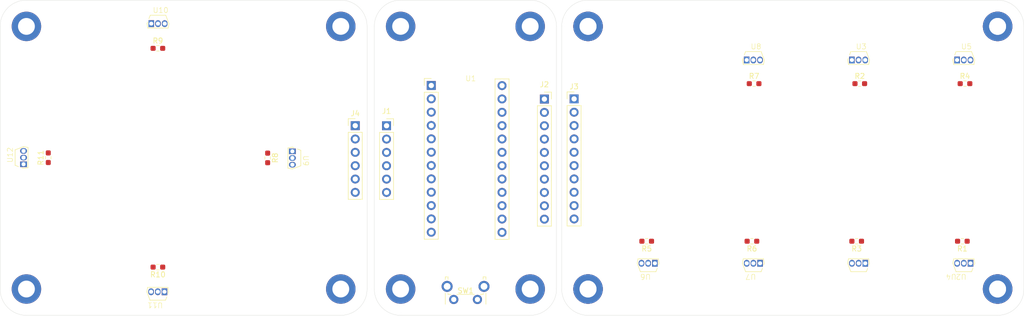
<source format=kicad_pcb>
(kicad_pcb (version 20241229) (generator "pcbnew") (generator_version "9.0")
  (layers (0 "F.Cu" signal) (2 "B.Cu" signal) (13 "F.Paste" user) (15 "B.Paste" user) (5 "F.SilkS" user "F.Silkscreen") (7 "B.SilkS" user "B.Silkscreen") (1 "F.Mask" user) (3 "B.Mask" user) (25 "Edge.Cuts" user))
  (net 0 "")
  (net 1 "/JOY_RIGHT_M")
  (net 2 "/JOY_FORWARD_M")
  (net 3 "GND")
  (net 4 "+5V")
  (net 5 "/JOY_BACKWARD_M")
  (net 6 "/CAM_DOWN_M")
  (net 7 "/SPEED_TOGGLE_M")
  (net 8 "Net-(J2-Pin_10)")
  (net 9 "/UTIL_M")
  (net 10 "/CAM_UP_M")
  (net 11 "/LIGHTS_TOGGLE_M")
  (net 12 "/DOWN_M")
  (net 13 "/UP_M")
  (net 14 "/CAM_DOWN_D")
  (net 15 "GND1")
  (net 16 "/CAM_UP_D")
  (net 17 "/UP_D")
  (net 18 "/LIGHTS_TOGGLE_D")
  (net 19 "/SPEED_TOGGLE_D")
  (net 20 "/UTIL_D")
  (net 21 "+5VA")
  (net 23 "/DOWN_D")
  (net 24 "/JOY_FORWARD_D")
  (net 25 "GND2")
  (net 26 "+5VD")
  (net 27 "/JOY_RIGHT_D")
  (net 28 "/JOY_BACKWARD_D")
  (net 29 "Net-(U1-RST)")
  (net 37 "/JOY_LEFT_M")
  (net 38 "Net-(U11-SUPPLY)")
  (footprint "" (layer "F.Cu") (at 137.485534 62)
    (property "Reference" "" (at 0 0 0) (layer "F.SilkS") (effects (font (size 1.27 1.27))))
    (property "Value" "")
    (pad "" thru_hole circle (at 0 0) (size 5.6 5.6) (drill 3.2) (layers "*.Cu" "*.Mask"))
  )
  (footprint "MountingHole:MountingHole_3.2mm_M3_DIN965_Pad" (layer "F.Cu") (at 90.485534 62)
    (property "Reference" "REF**" (hide yes))
    (property "Value" "MountingHole_3.2mm_M3_DIN965_Pad" (hide yes))
    (pad "" thru_hole circle (at 0 0) (size 5.6 5.6) (drill 3.2) (layers "*.Cu" "*.Mask"))
  )
  (footprint "Resistor_SMD:R_0603_1608Metric_Pad0.98x0.95mm_HandSolder" (layer "F.Cu") (at 168.635534 102.8975 180)
    (property "Reference" "R6" (at 0 -1.43 0) (layer "F.SilkS"))
    (property "Value" "10k")
    (fp_line (start -0.254724 0.5225) (end 0.254724 0.5225) (stroke (width 0.12)) (layer "F.SilkS"))
    (fp_line (start -0.254724 -0.5225) (end 0.254724 -0.5225) (stroke (width 0.12)) (layer "F.SilkS"))
    (pad "1" smd roundrect (at -0.9125 0 180) (size 0.975 0.95) (layers "F.Cu" "F.Mask" "F.Paste") (net 21 "+5VA"))
    (pad "2" smd roundrect (at 0.9125 0 180) (size 0.975 0.95) (layers "F.Cu" "F.Mask" "F.Paste") (net 18 "/LIGHTS_TOGGLE_D"))
  )
  (footprint "Resistor_SMD:R_0603_1608Metric_Pad0.98x0.95mm_HandSolder" (layer "F.Cu") (at 55.720534 66.175)
    (property "Reference" "R9" (at 0 -1.43 0) (layer "F.SilkS"))
    (property "Value" "10k")
    (fp_line (start -0.254724 -0.5225) (end 0.254724 -0.5225) (stroke (width 0.12)) (layer "F.SilkS"))
    (fp_line (start -0.254724 0.5225) (end 0.254724 0.5225) (stroke (width 0.12)) (layer "F.SilkS"))
    (pad "1" smd roundrect (at -0.9125 0) (size 0.975 0.95) (layers "F.Cu" "F.Mask" "F.Paste") (net 26 "+5VD"))
    (pad "2" smd roundrect (at 0.9125 0) (size 0.975 0.95) (layers "F.Cu" "F.Mask" "F.Paste") (net 24 "/JOY_FORWARD_D"))
  )
  (footprint "user_footprints:SS41F" (layer "F.Cu") (at 29.885534 86.975 90)
    (property "Reference" "U12" (at 0.5 -2.25 90) (layer "F.SilkS") (effects (font (thickness 0.1))))
    (property "Value" "LEFT")
    (fp_line (start 1.475 -1.3) (end -1.475 -1.3) (stroke (width 0.12)) (layer "F.SilkS"))
    (fp_line (start -1.475 -1.3) (end -1.725 -0.65) (stroke (width 0.12)) (layer "F.SilkS"))
    (fp_line (start -1.975 0) (end -2.075 0.3) (stroke (width 0.12)) (layer "F.SilkS"))
    (fp_line (start 2.075 0.3) (end 1.475 -1.3) (stroke (width 0.12)) (layer "F.SilkS"))
    (fp_line (start -2.075 0.3) (end -1.925 1.15) (stroke (width 0.12)) (layer "F.SilkS"))
    (fp_line (start 1.925 1.15) (end 2.075 0.3) (stroke (width 0.12)) (layer "F.SilkS"))
    (fp_line (start -1.925 1.15) (end 1.925 1.15) (stroke (width 0.12)) (layer "F.SilkS"))
    (pad "1" thru_hole rect (at -1.275 0.3 90) (size 1.05 1.3) (drill 0.75) (layers "*.Cu" "*.Mask") (net 26 "+5VD"))
    (pad "2" thru_hole oval (at -0.005 0.3 90) (size 1.05 1.3) (drill 0.75) (layers "*.Cu" "*.Mask") (net 15 "GND1"))
    (pad "3" thru_hole oval (at 1.265 0.3 90) (size 1.05 1.3) (drill 0.75) (layers "*.Cu" "*.Mask") (net 37 "/JOY_LEFT_M"))
  )
  (footprint "Resistor_SMD:R_0603_1608Metric_Pad0.98x0.95mm_HandSolder" (layer "F.Cu") (at 55.723034 107.825 180)
    (property "Reference" "R10" (at 0 -1.43 0) (layer "F.SilkS"))
    (property "Value" "10k")
    (fp_line (start -0.254724 0.5225) (end 0.254724 0.5225) (stroke (width 0.12)) (layer "F.SilkS"))
    (fp_line (start -0.254724 -0.5225) (end 0.254724 -0.5225) (stroke (width 0.12)) (layer "F.SilkS"))
    (pad "1" smd roundrect (at -0.9125 0 180) (size 0.975 0.95) (layers "F.Cu" "F.Mask" "F.Paste") (net 38 "Net-(U11-SUPPLY)"))
    (pad "2" smd roundrect (at 0.9125 0 180) (size 0.975 0.95) (layers "F.Cu" "F.Mask" "F.Paste") (net 28 "/JOY_BACKWARD_D"))
  )
  (footprint "MountingHole:MountingHole_3.2mm_M3_DIN965_Pad" (layer "F.Cu") (at 30.735534 62)
    (property "Reference" "REF**" (hide yes))
    (property "Value" "MountingHole_3.2mm_M3_DIN965_Pad" (hide yes))
    (pad "" thru_hole circle (at 0 0) (size 5.6 5.6) (drill 3.2) (layers "*.Cu" "*.Mask"))
  )
  (footprint "Connector_PinSocket_2.54mm:PinSocket_1x10_P2.54mm_Vertical" (layer "F.Cu") (at 129.185534 75.8375)
    (property "Reference" "J2" (at 0 -2.77 0) (layer "F.SilkS"))
    (property "Value" "CONTROL_M")
    (fp_line (start -1.33 1.27) (end -1.33 24.19) (stroke (width 0.12)) (layer "F.SilkS"))
    (fp_line (start -1.33 1.27) (end 1.33 1.27) (stroke (width 0.12)) (layer "F.SilkS"))
    (fp_line (start -1.33 24.19) (end 1.33 24.19) (stroke (width 0.12)) (layer "F.SilkS"))
    (fp_line (start 0 -1.33) (end 1.33 -1.33) (stroke (width 0.12)) (layer "F.SilkS"))
    (fp_line (start 1.33 -1.33) (end 1.33 0) (stroke (width 0.12)) (layer "F.SilkS"))
    (fp_line (start 1.33 1.27) (end 1.33 24.19) (stroke (width 0.12)) (layer "F.SilkS"))
    (pad "1" thru_hole rect (at 0 0) (size 1.7 1.7) (drill 1) (layers "*.Cu" "*.Mask") (net 4 "+5V"))
    (pad "2" thru_hole oval (at 0 2.54) (size 1.7 1.7) (drill 1) (layers "*.Cu" "*.Mask") (net 3 "GND"))
    (pad "3" thru_hole oval (at 0 5.08) (size 1.7 1.7) (drill 1) (layers "*.Cu" "*.Mask") (net 13 "/UP_M"))
    (pad "4" thru_hole oval (at 0 7.62) (size 1.7 1.7) (drill 1) (layers "*.Cu" "*.Mask") (net 12 "/DOWN_M"))
    (pad "5" thru_hole oval (at 0 10.16) (size 1.7 1.7) (drill 1) (layers "*.Cu" "*.Mask") (net 10 "/CAM_UP_M"))
    (pad "6" thru_hole oval (at 0 12.7) (size 1.7 1.7) (drill 1) (layers "*.Cu" "*.Mask") (net 6 "/CAM_DOWN_M"))
    (pad "7" thru_hole oval (at 0 15.24) (size 1.7 1.7) (drill 1) (layers "*.Cu" "*.Mask") (net 7 "/SPEED_TOGGLE_M"))
    (pad "8" thru_hole oval (at 0 17.78) (size 1.7 1.7) (drill 1) (layers "*.Cu" "*.Mask") (net 11 "/LIGHTS_TOGGLE_M"))
    (pad "9" thru_hole oval (at 0 20.32) (size 1.7 1.7) (drill 1) (layers "*.Cu" "*.Mask") (net 9 "/UTIL_M"))
    (pad "10" thru_hole oval (at 0 22.86) (size 1.7 1.7) (drill 1) (layers "*.Cu" "*.Mask") (net 8 "Net-(J2-Pin_10)"))
  )
  (footprint "Connector_PinSocket_2.54mm:PinSocket_1x06_P2.54mm_Vertical" (layer "F.Cu") (at 99.185534 80.9125)
    (property "Reference" "J1" (at 0 -2.77 0) (layer "F.SilkS"))
    (property "Value" "JOY_M")
    (fp_line (start -1.33 1.27) (end -1.33 14.03) (stroke (width 0.12)) (layer "F.SilkS"))
    (fp_line (start -1.33 1.27) (end 1.33 1.27) (stroke (width 0.12)) (layer "F.SilkS"))
    (fp_line (start -1.33 14.03) (end 1.33 14.03) (stroke (width 0.12)) (layer "F.SilkS"))
    (fp_line (start 0 -1.33) (end 1.33 -1.33) (stroke (width 0.12)) (layer "F.SilkS"))
    (fp_line (start 1.33 -1.33) (end 1.33 0) (stroke (width 0.12)) (layer "F.SilkS"))
    (fp_line (start 1.33 1.27) (end 1.33 14.03) (stroke (width 0.12)) (layer "F.SilkS"))
    (pad "1" thru_hole rect (at 0 0) (size 1.7 1.7) (drill 1) (layers "*.Cu" "*.Mask") (net 4 "+5V"))
    (pad "2" thru_hole oval (at 0 2.54) (size 1.7 1.7) (drill 1) (layers "*.Cu" "*.Mask") (net 3 "GND"))
    (pad "3" thru_hole oval (at 0 5.08) (size 1.7 1.7) (drill 1) (layers "*.Cu" "*.Mask") (net 2 "/JOY_FORWARD_M"))
    (pad "4" thru_hole oval (at 0 7.62) (size 1.7 1.7) (drill 1) (layers "*.Cu" "*.Mask") (net 1 "/JOY_RIGHT_M"))
    (pad "5" thru_hole oval (at 0 10.16) (size 1.7 1.7) (drill 1) (layers "*.Cu" "*.Mask") (net 5 "/JOY_BACKWARD_M"))
    (pad "6" thru_hole oval (at 0 12.7) (size 1.7 1.7) (drill 1) (layers "*.Cu" "*.Mask") (net 37 "/JOY_LEFT_M"))
  )
  (footprint "MountingHole:MountingHole_3.2mm_M3_DIN965_Pad" (layer "F.Cu") (at 90.485534 112)
    (property "Reference" "REF**" (hide yes))
    (property "Value" "MountingHole_3.2mm_M3_DIN965_Pad" (hide yes))
    (pad "" thru_hole circle (at 0 0) (size 5.6 5.6) (drill 3.2) (layers "*.Cu" "*.Mask"))
  )
  (footprint "" (layer "F.Cu") (at 137.485534 112)
    (property "Reference" "" (at 0 0 0) (layer "F.SilkS") (effects (font (size 1.27 1.27))))
    (property "Value" "")
    (pad "" thru_hole circle (at 0 0) (size 5.6 5.6) (drill 3.2) (layers "*.Cu" "*.Mask"))
  )
  (footprint "MountingHole:MountingHole_3.2mm_M3_DIN965_Pad" (layer "F.Cu") (at 215.335534 112)
    (property "Reference" "REF**" (hide yes))
    (property "Value" "MountingHole_3.2mm_M3_DIN965_Pad" (hide yes))
    (pad "" thru_hole circle (at 0 0) (size 5.6 5.6) (drill 3.2) (layers "*.Cu" "*.Mask"))
  )
  (footprint "user_footprints:SS41F" (layer "F.Cu") (at 168.910534 68.0975)
    (property "Reference" "U8" (at 0.5 -2.25 0) (layer "F.SilkS") (effects (font (thickness 0.1))))
    (property "Value" "SPEED")
    (fp_line (start -2.075 0.3) (end -1.925 1.15) (stroke (width 0.12)) (layer "F.SilkS"))
    (fp_line (start -1.975 0) (end -2.075 0.3) (stroke (width 0.12)) (layer "F.SilkS"))
    (fp_line (start -1.925 1.15) (end 1.925 1.15) (stroke (width 0.12)) (layer "F.SilkS"))
    (fp_line (start -1.475 -1.3) (end -1.725 -0.65) (stroke (width 0.12)) (layer "F.SilkS"))
    (fp_line (start 1.475 -1.3) (end -1.475 -1.3) (stroke (width 0.12)) (layer "F.SilkS"))
    (fp_line (start 1.925 1.15) (end 2.075 0.3) (stroke (width 0.12)) (layer "F.SilkS"))
    (fp_line (start 2.075 0.3) (end 1.475 -1.3) (stroke (width 0.12)) (layer "F.SilkS"))
    (pad "1" thru_hole rect (at -1.275 0.3) (size 1.05 1.3) (drill 0.75) (layers "*.Cu" "*.Mask") (net 21 "+5VA"))
    (pad "2" thru_hole oval (at -0.005 0.3) (size 1.05 1.3) (drill 0.75) (layers "*.Cu" "*.Mask") (net 15 "GND1"))
    (pad "3" thru_hole oval (at 1.265 0.3) (size 1.05 1.3) (drill 0.75) (layers "*.Cu" "*.Mask") (net 19 "/SPEED_TOGGLE_D"))
  )
  (footprint "MountingHole:MountingHole_3.2mm_M3_DIN965_Pad" (layer "F.Cu") (at 101.860534 62)
    (property "Reference" "REF**" (hide yes))
    (property "Value" "MountingHole_3.2mm_M3_DIN965_Pad" (hide yes))
    (pad "" thru_hole circle (at 0 0) (size 5.6 5.6) (drill 3.2) (layers "*.Cu" "*.Mask"))
  )
  (footprint "Connector_PinHeader_2.54mm:PinHeader_1x10_P2.54mm_Vertical" (layer "F.Cu") (at 134.835534 75.8)
    (property "Reference" "J3" (at 0 -2.33 0) (layer "F.SilkS"))
    (property "Value" "CONTROL_D")
    (fp_line (start -1.33 -1.33) (end 0 -1.33) (stroke (width 0.12)) (layer "F.SilkS"))
    (fp_line (start -1.33 0) (end -1.33 -1.33) (stroke (width 0.12)) (layer "F.SilkS"))
    (fp_line (start -1.33 1.27) (end -1.33 24.19) (stroke (width 0.12)) (layer "F.SilkS"))
    (fp_line (start -1.33 1.27) (end 1.33 1.27) (stroke (width 0.12)) (layer "F.SilkS"))
    (fp_line (start -1.33 24.19) (end 1.33 24.19) (stroke (width 0.12)) (layer "F.SilkS"))
    (fp_line (start 1.33 1.27) (end 1.33 24.19) (stroke (width 0.12)) (layer "F.SilkS"))
    (pad "1" thru_hole rect (at 0 0) (size 1.7 1.7) (drill 1) (layers "*.Cu" "*.Mask") (net 21 "+5VA"))
    (pad "2" thru_hole oval (at 0 2.54) (size 1.7 1.7) (drill 1) (layers "*.Cu" "*.Mask") (net 15 "GND1"))
    (pad "3" thru_hole oval (at 0 5.08) (size 1.7 1.7) (drill 1) (layers "*.Cu" "*.Mask") (net 17 "/UP_D"))
    (pad "4" thru_hole oval (at 0 7.62) (size 1.7 1.7) (drill 1) (layers "*.Cu" "*.Mask") (net 23 "/DOWN_D"))
    (pad "5" thru_hole oval (at 0 10.16) (size 1.7 1.7) (drill 1) (layers "*.Cu" "*.Mask") (net 16 "/CAM_UP_D"))
    (pad "6" thru_hole oval (at 0 12.7) (size 1.7 1.7) (drill 1) (layers "*.Cu" "*.Mask") (net 14 "/CAM_DOWN_D"))
    (pad "7" thru_hole oval (at 0 15.24) (size 1.7 1.7) (drill 1) (layers "*.Cu" "*.Mask") (net 19 "/SPEED_TOGGLE_D"))
    (pad "8" thru_hole oval (at 0 17.78) (size 1.7 1.7) (drill 1) (layers "*.Cu" "*.Mask") (net 18 "/LIGHTS_TOGGLE_D"))
    (pad "9" thru_hole oval (at 0 20.32) (size 1.7 1.7) (drill 1) (layers "*.Cu" "*.Mask") (net 20 "/UTIL_D"))
    (pad "10" thru_hole oval (at 0 22.86) (size 1.7 1.7) (drill 1) (layers "*.Cu" "*.Mask"))
  )
  (footprint "Resistor_SMD:R_0603_1608Metric_Pad0.98x0.95mm_HandSolder" (layer "F.Cu") (at 189.135534 72.8975)
    (property "Reference" "R2" (at 0 -1.43 0) (layer "F.SilkS"))
    (property "Value" "10k")
    (fp_line (start -0.254724 -0.5225) (end 0.254724 -0.5225) (stroke (width 0.12)) (layer "F.SilkS"))
    (fp_line (start -0.254724 0.5225) (end 0.254724 0.5225) (stroke (width 0.12)) (layer "F.SilkS"))
    (pad "1" smd roundrect (at -0.9125 0) (size 0.975 0.95) (layers "F.Cu" "F.Mask" "F.Paste") (net 21 "+5VA"))
    (pad "2" smd roundrect (at 0.9125 0) (size 0.975 0.95) (layers "F.Cu" "F.Mask" "F.Paste") (net 16 "/CAM_UP_D"))
  )
  (footprint "Resistor_SMD:R_0603_1608Metric_Pad0.98x0.95mm_HandSolder" (layer "F.Cu") (at 209.135534 72.8975)
    (property "Reference" "R4" (at 0 -1.43 0) (layer "F.SilkS"))
    (property "Value" "10k")
    (fp_line (start -0.254724 -0.5225) (end 0.254724 -0.5225) (stroke (width 0.12)) (layer "F.SilkS"))
    (fp_line (start -0.254724 0.5225) (end 0.254724 0.5225) (stroke (width 0.12)) (layer "F.SilkS"))
    (pad "1" smd roundrect (at -0.9125 0) (size 0.975 0.95) (layers "F.Cu" "F.Mask" "F.Paste") (net 21 "+5VA"))
    (pad "2" smd roundrect (at 0.9125 0) (size 0.975 0.95) (layers "F.Cu" "F.Mask" "F.Paste") (net 17 "/UP_D"))
  )
  (footprint "Resistor_SMD:R_0603_1608Metric_Pad0.98x0.95mm_HandSolder" (layer "F.Cu") (at 169.048034 72.8975)
    (property "Reference" "R7" (at 0 -1.43 0) (layer "F.SilkS"))
    (property "Value" "10k")
    (fp_line (start -0.254724 -0.5225) (end 0.254724 -0.5225) (stroke (width 0.12)) (layer "F.SilkS"))
    (fp_line (start -0.254724 0.5225) (end 0.254724 0.5225) (stroke (width 0.12)) (layer "F.SilkS"))
    (pad "1" smd roundrect (at -0.9125 0) (size 0.975 0.95) (layers "F.Cu" "F.Mask" "F.Paste") (net 21 "+5VA"))
    (pad "2" smd roundrect (at 0.9125 0) (size 0.975 0.95) (layers "F.Cu" "F.Mask" "F.Paste") (net 19 "/SPEED_TOGGLE_D"))
  )
  (footprint "Resistor_SMD:R_0603_1608Metric_Pad0.98x0.95mm_HandSolder" (layer "F.Cu") (at 208.635534 102.8975 180)
    (property "Reference" "R1" (at 0 -1.43 0) (layer "F.SilkS"))
    (property "Value" "10k")
    (fp_line (start -0.254724 0.5225) (end 0.254724 0.5225) (stroke (width 0.12)) (layer "F.SilkS"))
    (fp_line (start -0.254724 -0.5225) (end 0.254724 -0.5225) (stroke (width 0.12)) (layer "F.SilkS"))
    (pad "1" smd roundrect (at -0.9125 0 180) (size 0.975 0.95) (layers "F.Cu" "F.Mask" "F.Paste") (net 21 "+5VA"))
    (pad "2" smd roundrect (at 0.9125 0 180) (size 0.975 0.95) (layers "F.Cu" "F.Mask" "F.Paste") (net 23 "/DOWN_D"))
  )
  (footprint "" (layer "F.Cu") (at 215.335534 112)
    (property "Reference" "" (at 0 0 0) (layer "F.SilkS") (effects (font (size 1.27 1.27))))
    (property "Value" "")
    (pad "" thru_hole circle (at 0 0) (size 5.6 5.6) (drill 3.2) (layers "*.Cu" "*.Mask"))
  )
  (footprint "MountingHole:MountingHole_3.2mm_M3_DIN965_Pad" (layer "F.Cu") (at 101.860534 112)
    (property "Reference" "REF**" (hide yes))
    (property "Value" "MountingHole_3.2mm_M3_DIN965_Pad" (hide yes))
    (pad "" thru_hole circle (at 0 0) (size 5.6 5.6) (drill 3.2) (layers "*.Cu" "*.Mask"))
  )
  (footprint "user_footprints:SS41F" (layer "F.Cu") (at 208.910534 68.0975)
    (property "Reference" "U5" (at 0.5 -2.25 0) (layer "F.SilkS") (effects (font (thickness 0.1))))
    (property "Value" "UP")
    (fp_line (start -2.075 0.3) (end -1.925 1.15) (stroke (width 0.12)) (layer "F.SilkS"))
    (fp_line (start -1.975 0) (end -2.075 0.3) (stroke (width 0.12)) (layer "F.SilkS"))
    (fp_line (start -1.925 1.15) (end 1.925 1.15) (stroke (width 0.12)) (layer "F.SilkS"))
    (fp_line (start -1.475 -1.3) (end -1.725 -0.65) (stroke (width 0.12)) (layer "F.SilkS"))
    (fp_line (start 1.475 -1.3) (end -1.475 -1.3) (stroke (width 0.12)) (layer "F.SilkS"))
    (fp_line (start 1.925 1.15) (end 2.075 0.3) (stroke (width 0.12)) (layer "F.SilkS"))
    (fp_line (start 2.075 0.3) (end 1.475 -1.3) (stroke (width 0.12)) (layer "F.SilkS"))
    (pad "1" thru_hole rect (at -1.275 0.3) (size 1.05 1.3) (drill 0.75) (layers "*.Cu" "*.Mask") (net 21 "+5VA"))
    (pad "2" thru_hole oval (at -0.005 0.3) (size 1.05 1.3) (drill 0.75) (layers "*.Cu" "*.Mask") (net 15 "GND1"))
    (pad "3" thru_hole oval (at 1.265 0.3) (size 1.05 1.3) (drill 0.75) (layers "*.Cu" "*.Mask") (net 17 "/UP_D"))
  )
  (footprint "MountingHole:MountingHole_3.2mm_M3_DIN965_Pad" (layer "F.Cu") (at 137.485534 112)
    (property "Reference" "REF**" (hide yes))
    (property "Value" "MountingHole_3.2mm_M3_DIN965_Pad" (hide yes))
    (pad "" thru_hole circle (at 0 0) (size 5.6 5.6) (drill 3.2) (layers "*.Cu" "*.Mask"))
  )
  (footprint "Resistor_SMD:R_0603_1608Metric_Pad0.98x0.95mm_HandSolder" (layer "F.Cu") (at 34.885534 87 90)
    (property "Reference" "R11" (at 0 -1.43 90) (layer "F.SilkS"))
    (property "Value" "10k")
    (fp_line (start -0.254724 -0.5225) (end 0.254724 -0.5225) (stroke (width 0.12)) (layer "F.SilkS"))
    (fp_line (start -0.254724 0.5225) (end 0.254724 0.5225) (stroke (width 0.12)) (layer "F.SilkS"))
    (pad "1" smd roundrect (at -0.9125 0 90) (size 0.975 0.95) (layers "F.Cu" "F.Mask" "F.Paste") (net 26 "+5VD"))
    (pad "2" smd roundrect (at 0.9125 0 90) (size 0.975 0.95) (layers "F.Cu" "F.Mask" "F.Paste") (net 37 "/JOY_LEFT_M"))
  )
  (footprint "user_footprints:SS41F" (layer "F.Cu") (at 188.910534 107.3975 180)
    (property "Reference" "U4" (at -17.6 -2.25 180) (layer "F.SilkS") (effects (font (thickness 0.1))))
    (property "Value" "CAM_DOWN")
    (fp_line (start 2.075 0.3) (end 1.475 -1.3) (stroke (width 0.12)) (layer "F.SilkS"))
    (fp_line (start 1.925 1.15) (end 2.075 0.3) (stroke (width 0.12)) (layer "F.SilkS"))
    (fp_line (start 1.475 -1.3) (end -1.475 -1.3) (stroke (width 0.12)) (layer "F.SilkS"))
    (fp_line (start -1.475 -1.3) (end -1.725 -0.65) (stroke (width 0.12)) (layer "F.SilkS"))
    (fp_line (start -1.925 1.15) (end 1.925 1.15) (stroke (width 0.12)) (layer "F.SilkS"))
    (fp_line (start -1.975 0) (end -2.075 0.3) (stroke (width 0.12)) (layer "F.SilkS"))
    (fp_line (start -2.075 0.3) (end -1.925 1.15) (stroke (width 0.12)) (layer "F.SilkS"))
    (pad "1" thru_hole rect (at -1.275 0.3 180) (size 1.05 1.3) (drill 0.75) (layers "*.Cu" "*.Mask") (net 21 "+5VA"))
    (pad "2" thru_hole oval (at -0.005 0.3 180) (size 1.05 1.3) (drill 0.75) (layers "*.Cu" "*.Mask") (net 15 "GND1"))
    (pad "3" thru_hole oval (at 1.265 0.3 180) (size 1.05 1.3) (drill 0.75) (layers "*.Cu" "*.Mask") (net 14 "/CAM_DOWN_D"))
  )
  (footprint "user_footprints:SS41F" (layer "F.Cu") (at 188.910534 68.0975)
    (property "Reference" "U3" (at 0.5 -2.25 0) (layer "F.SilkS") (effects (font (thickness 0.1))))
    (property "Value" "CAM_UP")
    (fp_line (start -2.075 0.3) (end -1.925 1.15) (stroke (width 0.12)) (layer "F.SilkS"))
    (fp_line (start -1.975 0) (end -2.075 0.3) (stroke (width 0.12)) (layer "F.SilkS"))
    (fp_line (start -1.925 1.15) (end 1.925 1.15) (stroke (width 0.12)) (layer "F.SilkS"))
    (fp_line (start -1.475 -1.3) (end -1.725 -0.65) (stroke (width 0.12)) (layer "F.SilkS"))
    (fp_line (start 1.475 -1.3) (end -1.475 -1.3) (stroke (width 0.12)) (layer "F.SilkS"))
    (fp_line (start 1.925 1.15) (end 2.075 0.3) (stroke (width 0.12)) (layer "F.SilkS"))
    (fp_line (start 2.075 0.3) (end 1.475 -1.3) (stroke (width 0.12)) (layer "F.SilkS"))
    (pad "1" thru_hole rect (at -1.275 0.3) (size 1.05 1.3) (drill 0.75) (layers "*.Cu" "*.Mask") (net 21 "+5VA"))
    (pad "2" thru_hole oval (at -0.005 0.3) (size 1.05 1.3) (drill 0.75) (layers "*.Cu" "*.Mask") (net 15 "GND1"))
    (pad "3" thru_hole oval (at 1.265 0.3) (size 1.05 1.3) (drill 0.75) (layers "*.Cu" "*.Mask") (net 16 "/CAM_UP_D"))
  )
  (footprint "user_footprints:SS41F" (layer "F.Cu") (at 148.910534 107.3975 180)
    (property "Reference" "U6" (at 0.5 -2.25 180) (layer "F.SilkS") (effects (font (thickness 0.1))))
    (property "Value" "UTIL")
    (fp_line (start 2.075 0.3) (end 1.475 -1.3) (stroke (width 0.12)) (layer "F.SilkS"))
    (fp_line (start 1.925 1.15) (end 2.075 0.3) (stroke (width 0.12)) (layer "F.SilkS"))
    (fp_line (start 1.475 -1.3) (end -1.475 -1.3) (stroke (width 0.12)) (layer "F.SilkS"))
    (fp_line (start -1.475 -1.3) (end -1.725 -0.65) (stroke (width 0.12)) (layer "F.SilkS"))
    (fp_line (start -1.925 1.15) (end 1.925 1.15) (stroke (width 0.12)) (layer "F.SilkS"))
    (fp_line (start -1.975 0) (end -2.075 0.3) (stroke (width 0.12)) (layer "F.SilkS"))
    (fp_line (start -2.075 0.3) (end -1.925 1.15) (stroke (width 0.12)) (layer "F.SilkS"))
    (pad "1" thru_hole rect (at -1.275 0.3 180) (size 1.05 1.3) (drill 0.75) (layers "*.Cu" "*.Mask") (net 21 "+5VA"))
    (pad "2" thru_hole oval (at -0.005 0.3 180) (size 1.05 1.3) (drill 0.75) (layers "*.Cu" "*.Mask") (net 15 "GND1"))
    (pad "3" thru_hole oval (at 1.265 0.3 180) (size 1.05 1.3) (drill 0.75) (layers "*.Cu" "*.Mask") (net 20 "/UTIL_D"))
  )
  (footprint "user_footprints:SS41F" (layer "F.Cu") (at 55.698034 112.825 180)
    (property "Reference" "U11" (at 0.5 -2.25 180) (layer "F.SilkS") (effects (font (thickness 0.1))))
    (property "Value" "BACKWARD")
    (fp_line (start 2.075 0.3) (end 1.475 -1.3) (stroke (width 0.12)) (layer "F.SilkS"))
    (fp_line (start 1.925 1.15) (end 2.075 0.3) (stroke (width 0.12)) (layer "F.SilkS"))
    (fp_line (start 1.475 -1.3) (end -1.475 -1.3) (stroke (width 0.12)) (layer "F.SilkS"))
    (fp_line (start -1.475 -1.3) (end -1.725 -0.65) (stroke (width 0.12)) (layer "F.SilkS"))
    (fp_line (start -1.925 1.15) (end 1.925 1.15) (stroke (width 0.12)) (layer "F.SilkS"))
    (fp_line (start -1.975 0) (end -2.075 0.3) (stroke (width 0.12)) (layer "F.SilkS"))
    (fp_line (start -2.075 0.3) (end -1.925 1.15) (stroke (width 0.12)) (layer "F.SilkS"))
    (pad "1" thru_hole rect (at -1.275 0.3 180) (size 1.05 1.3) (drill 0.75) (layers "*.Cu" "*.Mask") (net 38 "Net-(U11-SUPPLY)"))
    (pad "2" thru_hole oval (at -0.005 0.3 180) (size 1.05 1.3) (drill 0.75) (layers "*.Cu" "*.Mask") (net 15 "GND1"))
    (pad "3" thru_hole oval (at 1.265 0.3 180) (size 1.05 1.3) (drill 0.75) (layers "*.Cu" "*.Mask") (net 28 "/JOY_BACKWARD_D"))
  )
  (footprint "MountingHole:MountingHole_3.2mm_M3_DIN965_Pad" (layer "F.Cu") (at 126.485534 62)
    (property "Reference" "REF**" (hide yes))
    (property "Value" "MountingHole_3.2mm_M3_DIN965_Pad" (hide yes))
    (pad "" thru_hole circle (at 0 0) (size 5.6 5.6) (drill 3.2) (layers "*.Cu" "*.Mask"))
  )
  (footprint "MountingHole:MountingHole_3.2mm_M3_DIN965_Pad" (layer "F.Cu") (at 30.735534 112)
    (property "Reference" "REF**" (hide yes))
    (property "Value" "MountingHole_3.2mm_M3_DIN965_Pad" (hide yes))
    (pad "" thru_hole circle (at 0 0) (size 5.6 5.6) (drill 3.2) (layers "*.Cu" "*.Mask"))
  )
  (footprint "user_footprints:Arduino_Pro_Micro" (layer "F.Cu") (at 107.685534 73.25)
    (property "Reference" "U1" (at 7.5 -1.33 0) (layer "F.SilkS") (effects (font (thickness 0.1))))
    (property "Value" "~")
    (fp_line (start -1.33 -1.33) (end 0 -1.33) (stroke (width 0.12)) (layer "F.SilkS"))
    (fp_line (start -1.33 0) (end -1.33 -1.33) (stroke (width 0.12)) (layer "F.SilkS"))
    (fp_line (start -1.33 1.27) (end -1.33 29.27) (stroke (width 0.12)) (layer "F.SilkS"))
    (fp_line (start -1.33 1.27) (end 1.33 1.27) (stroke (width 0.12)) (layer "F.SilkS"))
    (fp_line (start -1.33 29.27) (end 1.33 29.27) (stroke (width 0.12)) (layer "F.SilkS"))
    (fp_line (start 1.33 1.27) (end 1.33 29.27) (stroke (width 0.12)) (layer "F.SilkS"))
    (fp_line (start 12.12 -1.25) (end 12.12 29.295) (stroke (width 0.12)) (layer "F.SilkS"))
    (fp_line (start 12.12 -1.25) (end 14.78 -1.25) (stroke (width 0.12)) (layer "F.SilkS"))
    (fp_line (start 12.12 29.295) (end 14.78 29.295) (stroke (width 0.12)) (layer "F.SilkS"))
    (fp_line (start 14.78 -1.25) (end 14.78 29.295) (stroke (width 0.12)) (layer "F.SilkS"))
    (pad "1" thru_hole rect (at 0 0) (size 1.7 1.7) (drill 1) (layers "*.Cu" "*.Mask"))
    (pad "2" thru_hole circle (at 13.45 0.025) (size 1.7 1.7) (drill 1) (layers "*.Cu" "*.Mask") (net 4 "+5V"))
    (pad "3" thru_hole oval (at 0 2.54) (size 1.7 1.7) (drill 1) (layers "*.Cu" "*.Mask"))
    (pad "4" thru_hole oval (at 13.45 2.565) (size 1.7 1.7) (drill 1) (layers "*.Cu" "*.Mask") (net 3 "GND"))
    (pad "5" thru_hole oval (at 0 5.08) (size 1.7 1.7) (drill 1) (layers "*.Cu" "*.Mask") (net 3 "GND"))
    (pad "6" thru_hole oval (at 13.45 5.105) (size 1.7 1.7) (drill 1) (layers "*.Cu" "*.Mask") (net 29 "Net-(U1-RST)"))
    (pad "7" thru_hole oval (at 0 7.62) (size 1.7 1.7) (drill 1) (layers "*.Cu" "*.Mask") (net 3 "GND"))
    (pad "8" thru_hole oval (at 13.45 7.645) (size 1.7 1.7) (drill 1) (layers "*.Cu" "*.Mask"))
    (pad "9" thru_hole oval (at 0 10.16) (size 1.7 1.7) (drill 1) (layers "*.Cu" "*.Mask") (net 2 "/JOY_FORWARD_M"))
    (pad "10" thru_hole oval (at 13.45 10.185) (size 1.7 1.7) (drill 1) (layers "*.Cu" "*.Mask") (net 13 "/UP_M"))
    (pad "11" thru_hole oval (at 0 12.7) (size 1.7 1.7) (drill 1) (layers "*.Cu" "*.Mask") (net 1 "/JOY_RIGHT_M"))
    (pad "12" thru_hole oval (at 13.45 12.725) (size 1.7 1.7) (drill 1) (layers "*.Cu" "*.Mask") (net 12 "/DOWN_M"))
    (pad "13" thru_hole oval (at 0 15.24) (size 1.7 1.7) (drill 1) (layers "*.Cu" "*.Mask") (net 5 "/JOY_BACKWARD_M"))
    (pad "14" thru_hole oval (at 13.45 15.265) (size 1.7 1.7) (drill 1) (layers "*.Cu" "*.Mask") (net 10 "/CAM_UP_M"))
    (pad "15" thru_hole oval (at 0 17.78) (size 1.7 1.7) (drill 1) (layers "*.Cu" "*.Mask") (net 37 "/JOY_LEFT_M"))
    (pad "16" thru_hole oval (at 13.45 17.805) (size 1.7 1.7) (drill 1) (layers "*.Cu" "*.Mask") (net 6 "/CAM_DOWN_M"))
    (pad "17" thru_hole oval (at 0 20.32) (size 1.7 1.7) (drill 1) (layers "*.Cu" "*.Mask"))
    (pad "18" thru_hole oval (at 13.45 20.345) (size 1.7 1.7) (drill 1) (layers "*.Cu" "*.Mask") (net 7 "/SPEED_TOGGLE_M"))
    (pad "19" thru_hole oval (at 0 22.86) (size 1.7 1.7) (drill 1) (layers "*.Cu" "*.Mask"))
    (pad "20" thru_hole oval (at 13.45 22.885) (size 1.7 1.7) (drill 1) (layers "*.Cu" "*.Mask") (net 11 "/LIGHTS_TOGGLE_M"))
    (pad "21" thru_hole oval (at 0 25.4) (size 1.7 1.7) (drill 1) (layers "*.Cu" "*.Mask"))
    (pad "22" thru_hole oval (at 13.45 25.425) (size 1.7 1.7) (drill 1) (layers "*.Cu" "*.Mask") (net 9 "/UTIL_M"))
    (pad "23" thru_hole oval (at 0 27.94) (size 1.7 1.7) (drill 1) (layers "*.Cu" "*.Mask"))
    (pad "24" thru_hole oval (at 13.45 27.965) (size 1.7 1.7) (drill 1) (layers "*.Cu" "*.Mask") (net 8 "Net-(J2-Pin_10)"))
  )
  (footprint "Connector_PinHeader_2.54mm:PinHeader_1x06_P2.54mm_Vertical" (layer "F.Cu") (at 93.235534 80.9)
    (property "Reference" "J4" (at 0 -2.33 0) (layer "F.SilkS"))
    (property "Value" "JOY_D")
    (fp_line (start -1.33 -1.33) (end 0 -1.33) (stroke (width 0.12)) (layer "F.SilkS"))
    (fp_line (start -1.33 0) (end -1.33 -1.33) (stroke (width 0.12)) (layer "F.SilkS"))
    (fp_line (start -1.33 1.27) (end -1.33 14.03) (stroke (width 0.12)) (layer "F.SilkS"))
    (fp_line (start -1.33 1.27) (end 1.33 1.27) (stroke (width 0.12)) (layer "F.SilkS"))
    (fp_line (start -1.33 14.03) (end 1.33 14.03) (stroke (width 0.12)) (layer "F.SilkS"))
    (fp_line (start 1.33 1.27) (end 1.33 14.03) (stroke (width 0.12)) (layer "F.SilkS"))
    (pad "1" thru_hole rect (at 0 0) (size 1.7 1.7) (drill 1) (layers "*.Cu" "*.Mask") (net 26 "+5VD"))
    (pad "2" thru_hole oval (at 0 2.54) (size 1.7 1.7) (drill 1) (layers "*.Cu" "*.Mask") (net 25 "GND2"))
    (pad "3" thru_hole oval (at 0 5.08) (size 1.7 1.7) (drill 1) (layers "*.Cu" "*.Mask") (net 24 "/JOY_FORWARD_D"))
    (pad "4" thru_hole oval (at 0 7.62) (size 1.7 1.7) (drill 1) (layers "*.Cu" "*.Mask") (net 27 "/JOY_RIGHT_D"))
    (pad "5" thru_hole oval (at 0 10.16) (size 1.7 1.7) (drill 1) (layers "*.Cu" "*.Mask") (net 28 "/JOY_BACKWARD_D"))
    (pad "6" thru_hole oval (at 0 12.7) (size 1.7 1.7) (drill 1) (layers "*.Cu" "*.Mask") (net 37 "/JOY_LEFT_M"))
  )
  (footprint "user_footprints:SS41F" (layer "F.Cu") (at 208.910534 107.3975 180)
    (property "Reference" "U2" (at 0.5 -2.25 180) (layer "F.SilkS") (effects (font (thickness 0.1))))
    (property "Value" "DOWN")
    (fp_line (start 2.075 0.3) (end 1.475 -1.3) (stroke (width 0.12)) (layer "F.SilkS"))
    (fp_line (start 1.925 1.15) (end 2.075 0.3) (stroke (width 0.12)) (layer "F.SilkS"))
    (fp_line (start 1.475 -1.3) (end -1.475 -1.3) (stroke (width 0.12)) (layer "F.SilkS"))
    (fp_line (start -1.475 -1.3) (end -1.725 -0.65) (stroke (width 0.12)) (layer "F.SilkS"))
    (fp_line (start -1.925 1.15) (end 1.925 1.15) (stroke (width 0.12)) (layer "F.SilkS"))
    (fp_line (start -1.975 0) (end -2.075 0.3) (stroke (width 0.12)) (layer "F.SilkS"))
    (fp_line (start -2.075 0.3) (end -1.925 1.15) (stroke (width 0.12)) (layer "F.SilkS"))
    (pad "1" thru_hole rect (at -1.275 0.3 180) (size 1.05 1.3) (drill 0.75) (layers "*.Cu" "*.Mask") (net 21 "+5VA"))
    (pad "2" thru_hole oval (at -0.005 0.3 180) (size 1.05 1.3) (drill 0.75) (layers "*.Cu" "*.Mask") (net 15 "GND1"))
    (pad "3" thru_hole oval (at 1.265 0.3 180) (size 1.05 1.3) (drill 0.75) (layers "*.Cu" "*.Mask") (net 23 "/DOWN_D"))
  )
  (footprint "" (layer "F.Cu") (at 215.335534 62)
    (property "Reference" "" (at 0 0 0) (layer "F.SilkS") (effects (font (size 1.27 1.27))))
    (property "Value" "")
    (pad "" thru_hole circle (at 0 0) (size 5.6 5.6) (drill 3.2) (layers "*.Cu" "*.Mask"))
  )
  (footprint "MountingHole:MountingHole_3.2mm_M3_DIN965_Pad" (layer "F.Cu") (at 215.335534 62)
    (property "Reference" "REF**" (hide yes))
    (property "Value" "MountingHole_3.2mm_M3_DIN965_Pad" (hide yes))
    (pad "" thru_hole circle (at 0 0) (size 5.6 5.6) (drill 3.2) (layers "*.Cu" "*.Mask"))
  )
  (footprint "Button_Switch_THT:SW_Tactile_SPST_Angled_PTS645Vx31-2LFS" (layer "F.Cu") (at 116.460534 113.99 180)
    (property "Reference" "SW1" (at 2.25 1.68 0) (layer "F.SilkS"))
    (property "Value" "RST")
    (fp_line (start 6.11 3.8) (end 6.11 4.31) (stroke (width 0.12)) (layer "F.SilkS"))
    (fp_line (start 6.11 -0.9) (end 6.11 1.2) (stroke (width 0.12)) (layer "F.SilkS"))
    (fp_line (start 5.59 4.31) (end 6.11 4.31) (stroke (width 0.12)) (layer "F.SilkS"))
    (fp_line (start 5.59 3.8) (end 5.59 4.31) (stroke (width 0.12)) (layer "F.SilkS"))
    (fp_line (start 5.59 0.97) (end 5.59 1.2) (stroke (width 0.12)) (layer "F.SilkS"))
    (fp_line (start 5.05 0.97) (end 5.59 0.97) (stroke (width 0.12)) (layer "F.SilkS"))
    (fp_line (start 0.55 0.97) (end 3.95 0.97) (stroke (width 0.12)) (layer "F.SilkS"))
    (fp_line (start -1.09 3.8) (end -1.09 4.31) (stroke (width 0.12)) (layer "F.SilkS"))
    (fp_line (start -1.09 0.97) (end -0.55 0.97) (stroke (width 0.12)) (layer "F.SilkS"))
    (fp_line (start -1.09 0.97) (end -1.09 1.2) (stroke (width 0.12)) (layer "F.SilkS"))
    (fp_line (start -1.61 4.31) (end -1.09 4.31) (stroke (width 0.12)) (layer "F.SilkS"))
    (fp_line (start -1.61 3.8) (end -1.61 4.31) (stroke (width 0.12)) (layer "F.SilkS"))
    (fp_line (start -1.61 -0.9) (end -1.61 1.2) (stroke (width 0.12)) (layer "F.SilkS"))
    (pad "" thru_hole circle (at -1.25 2.49 180) (size 2.1 2.1) (drill 1.3) (layers "*.Cu" "*.Mask"))
    (pad "" thru_hole circle (at 5.76 2.49 180) (size 2.1 2.1) (drill 1.3) (layers "*.Cu" "*.Mask"))
    (pad "1" thru_hole circle (at 0 0 180) (size 1.75 1.75) (drill 0.99) (layers "*.Cu" "*.Mask") (net 29 "Net-(U1-RST)"))
    (pad "2" thru_hole circle (at 4.5 0 180) (size 1.75 1.75) (drill 0.99) (layers "*.Cu" "*.Mask") (net 3 "GND"))
  )
  (footprint "Resistor_SMD:R_0603_1608Metric_Pad0.98x0.95mm_HandSolder" (layer "F.Cu") (at 148.635534 102.8975 180)
    (property "Reference" "R5" (at 0 -1.43 0) (layer "F.SilkS"))
    (property "Value" "10k")
    (fp_line (start -0.254724 0.5225) (end 0.254724 0.5225) (stroke (width 0.12)) (layer "F.SilkS"))
    (fp_line (start -0.254724 -0.5225) (end 0.254724 -0.5225) (stroke (width 0.12)) (layer "F.SilkS"))
    (pad "1" smd roundrect (at -0.9125 0 180) (size 0.975 0.95) (layers "F.Cu" "F.Mask" "F.Paste") (net 21 "+5VA"))
    (pad "2" smd roundrect (at 0.9125 0 180) (size 0.975 0.95) (layers "F.Cu" "F.Mask" "F.Paste") (net 20 "/UTIL_D"))
  )
  (footprint "Resistor_SMD:R_0603_1608Metric_Pad0.98x0.95mm_HandSolder" (layer "F.Cu") (at 188.548034 102.8975 180)
    (property "Reference" "R3" (at 0 -1.43 0) (layer "F.SilkS"))
    (property "Value" "10k")
    (fp_line (start -0.254724 0.5225) (end 0.254724 0.5225) (stroke (width 0.12)) (layer "F.SilkS"))
    (fp_line (start -0.254724 -0.5225) (end 0.254724 -0.5225) (stroke (width 0.12)) (layer "F.SilkS"))
    (pad "1" smd roundrect (at -0.9125 0 180) (size 0.975 0.95) (layers "F.Cu" "F.Mask" "F.Paste") (net 21 "+5VA"))
    (pad "2" smd roundrect (at 0.9125 0 180) (size 0.975 0.95) (layers "F.Cu" "F.Mask" "F.Paste") (net 14 "/CAM_DOWN_D"))
  )
  (footprint "MountingHole:MountingHole_3.2mm_M3_DIN965_Pad" (layer "F.Cu") (at 137.485534 62)
    (property "Reference" "REF**" (hide yes))
    (property "Value" "MountingHole_3.2mm_M3_DIN965_Pad" (hide yes))
    (pad "" thru_hole circle (at 0 0) (size 5.6 5.6) (drill 3.2) (layers "*.Cu" "*.Mask"))
  )
  (footprint "user_footprints:SS41F" (layer "F.Cu") (at 168.910534 107.3975 180)
    (property "Reference" "U7" (at 0.5 -2.25 180) (layer "F.SilkS") (effects (font (thickness 0.1))))
    (property "Value" "LIGHTS")
    (fp_line (start 2.075 0.3) (end 1.475 -1.3) (stroke (width 0.12)) (layer "F.SilkS"))
    (fp_line (start 1.925 1.15) (end 2.075 0.3) (stroke (width 0.12)) (layer "F.SilkS"))
    (fp_line (start 1.475 -1.3) (end -1.475 -1.3) (stroke (width 0.12)) (layer "F.SilkS"))
    (fp_line (start -1.475 -1.3) (end -1.725 -0.65) (stroke (width 0.12)) (layer "F.SilkS"))
    (fp_line (start -1.925 1.15) (end 1.925 1.15) (stroke (width 0.12)) (layer "F.SilkS"))
    (fp_line (start -1.975 0) (end -2.075 0.3) (stroke (width 0.12)) (layer "F.SilkS"))
    (fp_line (start -2.075 0.3) (end -1.925 1.15) (stroke (width 0.12)) (layer "F.SilkS"))
    (pad "1" thru_hole rect (at -1.275 0.3 180) (size 1.05 1.3) (drill 0.75) (layers "*.Cu" "*.Mask") (net 21 "+5VA"))
    (pad "2" thru_hole oval (at -0.005 0.3 180) (size 1.05 1.3) (drill 0.75) (layers "*.Cu" "*.Mask") (net 15 "GND1"))
    (pad "3" thru_hole oval (at 1.265 0.3 180) (size 1.05 1.3) (drill 0.75) (layers "*.Cu" "*.Mask") (net 18 "/LIGHTS_TOGGLE_D"))
  )
  (footprint "MountingHole:MountingHole_3.2mm_M3_DIN965_Pad" (layer "F.Cu") (at 126.485534 112)
    (property "Reference" "REF**" (hide yes))
    (property "Value" "MountingHole_3.2mm_M3_DIN965_Pad" (hide yes))
    (pad "" thru_hole circle (at 0 0) (size 5.6 5.6) (drill 3.2) (layers "*.Cu" "*.Mask"))
  )
  (footprint "Resistor_SMD:R_0603_1608Metric_Pad0.98x0.95mm_HandSolder" (layer "F.Cu") (at 76.585534 87.0375 -90)
    (property "Reference" "R8" (at 0 -1.43 90) (layer "F.SilkS"))
    (property "Value" "10k")
    (fp_line (start -0.254724 0.5225) (end 0.254724 0.5225) (stroke (width 0.12)) (layer "F.SilkS"))
    (fp_line (start -0.254724 -0.5225) (end 0.254724 -0.5225) (stroke (width 0.12)) (layer "F.SilkS"))
    (pad "1" smd roundrect (at -0.9125 0 270) (size 0.975 0.95) (layers "F.Cu" "F.Mask" "F.Paste") (net 26 "+5VD"))
    (pad "2" smd roundrect (at 0.9125 0 270) (size 0.975 0.95) (layers "F.Cu" "F.Mask" "F.Paste") (net 27 "/JOY_RIGHT_D"))
  )
  (footprint "user_footprints:SS41F" (layer "F.Cu") (at 81.585534 87.0625 -90)
    (property "Reference" "U9" (at 0.5 -2.25 270) (layer "F.SilkS") (effects (font (thickness 0.1))))
    (property "Value" "RIGHT")
    (fp_line (start -1.925 1.15) (end 1.925 1.15) (stroke (width 0.12)) (layer "F.SilkS"))
    (fp_line (start 1.925 1.15) (end 2.075 0.3) (stroke (width 0.12)) (layer "F.SilkS"))
    (fp_line (start -2.075 0.3) (end -1.925 1.15) (stroke (width 0.12)) (layer "F.SilkS"))
    (fp_line (start 2.075 0.3) (end 1.475 -1.3) (stroke (width 0.12)) (layer "F.SilkS"))
    (fp_line (start -1.975 0) (end -2.075 0.3) (stroke (width 0.12)) (layer "F.SilkS"))
    (fp_line (start -1.475 -1.3) (end -1.725 -0.65) (stroke (width 0.12)) (layer "F.SilkS"))
    (fp_line (start 1.475 -1.3) (end -1.475 -1.3) (stroke (width 0.12)) (layer "F.SilkS"))
    (pad "1" thru_hole rect (at -1.275 0.3 270) (size 1.05 1.3) (drill 0.75) (layers "*.Cu" "*.Mask") (net 26 "+5VD"))
    (pad "2" thru_hole oval (at -0.005 0.3 270) (size 1.05 1.3) (drill 0.75) (layers "*.Cu" "*.Mask") (net 15 "GND1"))
    (pad "3" thru_hole oval (at 1.265 0.3 270) (size 1.05 1.3) (drill 0.75) (layers "*.Cu" "*.Mask") (net 27 "/JOY_RIGHT_D"))
  )
  (footprint "user_footprints:SS41F" (layer "F.Cu") (at 55.745534 61.175)
    (property "Reference" "U10" (at 0.5 -2.25 0) (layer "F.SilkS") (effects (font (thickness 0.1))))
    (property "Value" "FORWARD")
    (fp_line (start -2.075 0.3) (end -1.925 1.15) (stroke (width 0.12)) (layer "F.SilkS"))
    (fp_line (start -1.975 0) (end -2.075 0.3) (stroke (width 0.12)) (layer "F.SilkS"))
    (fp_line (start -1.925 1.15) (end 1.925 1.15) (stroke (width 0.12)) (layer "F.SilkS"))
    (fp_line (start -1.475 -1.3) (end -1.725 -0.65) (stroke (width 0.12)) (layer "F.SilkS"))
    (fp_line (start 1.475 -1.3) (end -1.475 -1.3) (stroke (width 0.12)) (layer "F.SilkS"))
    (fp_line (start 1.925 1.15) (end 2.075 0.3) (stroke (width 0.12)) (layer "F.SilkS"))
    (fp_line (start 2.075 0.3) (end 1.475 -1.3) (stroke (width 0.12)) (layer "F.SilkS"))
    (pad "1" thru_hole rect (at -1.275 0.3) (size 1.05 1.3) (drill 0.75) (layers "*.Cu" "*.Mask") (net 26 "+5VD"))
    (pad "2" thru_hole oval (at -0.005 0.3) (size 1.05 1.3) (drill 0.75) (layers "*.Cu" "*.Mask") (net 15 "GND1"))
    (pad "3" thru_hole oval (at 1.265 0.3) (size 1.05 1.3) (drill 0.75) (layers "*.Cu" "*.Mask") (net 24 "/JOY_FORWARD_D"))
  )
  (gr_line (start 95.485534 112) (end 95.485534 62) (stroke (width 0.05)) (layer "Edge.Cuts"))
  (gr_arc (start 137.485534 117) (mid 133.95 115.535534) (end 132.485534 112) (stroke (width 0.05)) (layer "Edge.Cuts"))
  (gr_arc (start 126.485534 57) (mid 130.021068 58.464466) (end 131.485534 62) (stroke (width 0.05)) (layer "Edge.Cuts"))
  (gr_arc (start 95.485534 112) (mid 94.021068 115.535534) (end 90.485534 117) (stroke (width 0.05)) (layer "Edge.Cuts"))
  (gr_arc (start 215.335534 57) (mid 218.871068 58.464466) (end 220.335534 62) (stroke (width 0.05)) (layer "Edge.Cuts"))
  (gr_line (start 132.485534 62) (end 132.485534 112) (stroke (width 0.05)) (layer "Edge.Cuts"))
  (gr_line (start 220.335534 62) (end 220.335534 112) (stroke (width 0.05)) (layer "Edge.Cuts"))
  (gr_line (start 137.485534 57) (end 215.335534 57) (stroke (width 0.05)) (layer "Edge.Cuts"))
  (gr_arc (start 220.335534 112) (mid 218.871068 115.535534) (end 215.335534 117) (stroke (width 0.05)) (layer "Edge.Cuts"))
  (gr_line (start 96.860534 112) (end 96.860534 62) (stroke (width 0.05)) (layer "Edge.Cuts"))
  (gr_arc (start 25.735534 62) (mid 27.2 58.464466) (end 30.735534 57) (stroke (width 0.05)) (layer "Edge.Cuts"))
  (gr_arc (start 96.860534 62) (mid 98.325 58.464466) (end 101.860534 57) (stroke (width 0.05)) (layer "Edge.Cuts"))
  (gr_line (start 25.735534 112) (end 25.735534 62) (stroke (width 0.05)) (layer "Edge.Cuts"))
  (gr_line (start 215.335534 117) (end 137.485534 117) (stroke (width 0.05)) (layer "Edge.Cuts"))
  (gr_arc (start 131.485534 112) (mid 130.021068 115.535534) (end 126.485534 117) (stroke (width 0.05)) (layer "Edge.Cuts"))
  (gr_line (start 126.485534 117) (end 101.860534 117) (stroke (width 0.05)) (layer "Edge.Cuts"))
  (gr_arc (start 90.485534 57) (mid 94.021068 58.464466) (end 95.485534 62) (stroke (width 0.05)) (layer "Edge.Cuts"))
  (gr_arc (start 30.735534 117) (mid 27.2 115.535534) (end 25.735534 112) (stroke (width 0.05)) (layer "Edge.Cuts"))
  (gr_arc (start 101.860534 117) (mid 98.325 115.535534) (end 96.860534 112) (stroke (width 0.05)) (layer "Edge.Cuts"))
  (gr_line (start 131.485568 62) (end 131.485534 112) (stroke (width 0.05)) (layer "Edge.Cuts"))
  (gr_line (start 90.485534 117) (end 30.735534 117) (stroke (width 0.05)) (layer "Edge.Cuts"))
  (gr_arc (start 132.485534 62) (mid 133.95 58.464466) (end 137.485534 57) (stroke (width 0.05)) (layer "Edge.Cuts"))
  (gr_line (start 101.860534 57) (end 126.485534 57) (stroke (width 0.05)) (layer "Edge.Cuts"))
  (gr_line (start 30.735534 57) (end 90.485534 57) (stroke (width 0.05)) (layer "Edge.Cuts"))
)
</source>
